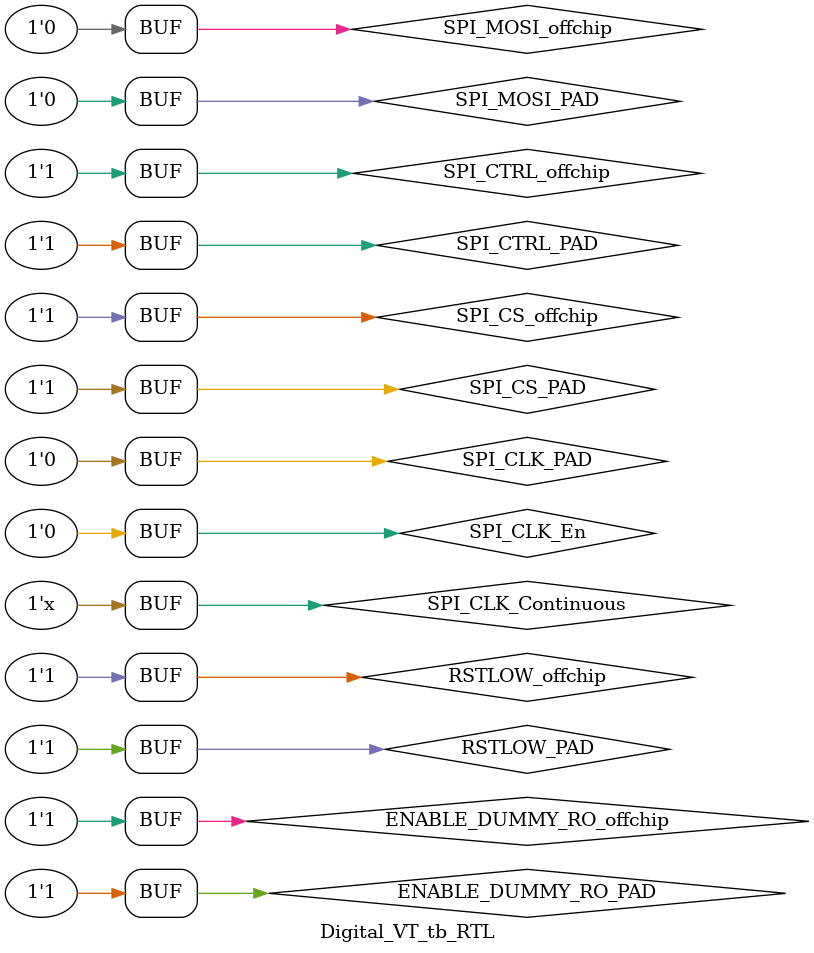
<source format=v>
`timescale 1ps / 100fs 
module Digital_VT_tb_RTL; 

//////////// Delcaring wires & registers ////////////
reg SPI_CLK_En, SPI_CLK_Continuous;
reg RSTLOW_offchip;
reg SPI_MOSI_offchip;
reg SPI_CS_offchip;
reg SPI_CTRL_offchip;
reg ENABLE_DUMMY_RO_offchip;

wire SPI_MISO_PAD;
wire SPI_CLK_PAD;
wire RSTLOW_PAD;
wire SPI_MOSI_PAD;
wire SPI_CS_PAD;
wire SPI_CTRL_PAD;
wire ENABLE_DUMMY_RO_PAD;

assign SPI_CLK_PAD = SPI_CLK_Continuous & SPI_CLK_En;
assign SPI_MOSI_PAD = SPI_MOSI_offchip;
assign RSTLOW_PAD = RSTLOW_offchip;
assign SPI_CS_PAD = SPI_CS_offchip;
assign SPI_CTRL_PAD = SPI_CTRL_offchip;
assign ENABLE_DUMMY_RO_PAD = ENABLE_DUMMY_RO_offchip;

// XXX_PAD for offchip connection
// XXX_UC for microcontroller connection
// SPI_CTRL = 1'b0, the mux chooses the offchip connection, SPI talks through ports of "XXX_PAD"
// SPI_CTRL = 1'b1, the mux chooses the microcontroller connection, SPI talks through ports of "XXX_UC"

//////////// Call TDU top level ////////////
DigitalVTSensor_chip_quadsensors_V8 TDU(
.RSTLOW_PAD(RSTLOW_PAD), 
.SPI_MOSI_PAD(SPI_MOSI_PAD), 
.SPI_CLK_PAD(SPI_CLK_PAD), 
.SPI_CS_PAD(SPI_CS_PAD), 
.ENABLE_DUMMY_RO_PAD(ENABLE_DUMMY_RO_PAD), 
.SPI_CTRL_PAD(SPI_CTRL_PAD), 
.SPI_MISO_PAD(SPI_MISO_PAD), 
.SPI_MOSI_UC(1'b1), 
.SPI_MISO_UC(), 
.SPI_CS_UC(1'b1), 
.SPI_CLK_UC(1'b1) 
);

//////////// testbench ////////////
initial 
begin
    RSTLOW_offchip = 1'b0;
    SPI_CS_offchip = 1'b1;
    SPI_MOSI_offchip = 1'b0;
    SPI_CLK_En = 1'b0;
    SPI_CLK_Continuous = 1'b1;
    ENABLE_DUMMY_RO_offchip = 1'b0;
    SPI_CTRL_offchip = 1'b0;
    #50000 RSTLOW_offchip = 1'b1;      // after 5ns, rst goes low (50n)
    #100000 SPI_CS_offchip = 1'b0;
    #20000 SPI_CLK_En = 1'b1;
    #20000 SPI_MOSI_offchip = 1'b0;
    #80000 SPI_MOSI_offchip = 1'b0;
    #20000 SPI_MOSI_offchip = 1'b0;
    #80000 SPI_MOSI_offchip = 1'b0;
    #20000 SPI_MOSI_offchip = 1'b0;
    #80000 SPI_MOSI_offchip = 1'b0;
    #20000 SPI_MOSI_offchip = 1'b1;
    #80000 SPI_MOSI_offchip = 1'b0;
    #20000 SPI_MOSI_offchip = 1'b0;
    #80000 SPI_MOSI_offchip = 1'b0;
    #20000 SPI_MOSI_offchip = 1'b0;
    #80000 SPI_MOSI_offchip = 1'b0;
    #20000 SPI_MOSI_offchip = 1'b1;
    #80000 SPI_MOSI_offchip = 1'b0;
    #20000 SPI_MOSI_offchip = 1'b0;
    #80000 SPI_MOSI_offchip = 1'b0;
    #20000 SPI_MOSI_offchip = 1'b0;
    #80000 SPI_MOSI_offchip = 1'b0;
    #20000 SPI_MOSI_offchip = 1'b0;
    #80000 SPI_MOSI_offchip = 1'b0;
    #20000 SPI_MOSI_offchip = 1'b0;
    #80000 SPI_MOSI_offchip = 1'b0;
    #20000 SPI_MOSI_offchip = 1'b0;
    #80000 SPI_MOSI_offchip = 1'b0;
    #20000 SPI_MOSI_offchip = 1'b0;
    #80000 SPI_MOSI_offchip = 1'b0;
    #20000 SPI_MOSI_offchip = 1'b0;
    #80000 SPI_MOSI_offchip = 1'b0;
    #20000 SPI_MOSI_offchip = 1'b1;
    #80000 SPI_MOSI_offchip = 1'b0;
    #20000 SPI_MOSI_offchip = 1'b0;
    #80000 SPI_MOSI_offchip = 1'b0;
    #20000 SPI_MOSI_offchip = 1'b0;
    #80000 SPI_MOSI_offchip = 1'b0;
    #20000 SPI_MOSI_offchip = 1'b0;
    #80000 SPI_MOSI_offchip = 1'b0;
    #20000 SPI_MOSI_offchip = 1'b0;
    #80000 SPI_MOSI_offchip = 1'b0;
    #20000 SPI_MOSI_offchip = 1'b0;
    #80000 SPI_MOSI_offchip = 1'b0;
    #20000 SPI_MOSI_offchip = 1'b0;
    #80000 SPI_MOSI_offchip = 1'b0;
    #20000 SPI_MOSI_offchip = 1'b0;
    #80000 SPI_MOSI_offchip = 1'b0;
    #20000 SPI_MOSI_offchip = 1'b0;
    #80000 SPI_MOSI_offchip = 1'b0;
    #20000 SPI_MOSI_offchip = 1'b0;
    #80000 SPI_MOSI_offchip = 1'b0;
    #20000 SPI_MOSI_offchip = 1'b0;
    #80000 SPI_MOSI_offchip = 1'b0;
    #20000 SPI_MOSI_offchip = 1'b0;
    #80000 SPI_MOSI_offchip = 1'b0;
    #20000 SPI_MOSI_offchip = 1'b0;
    #80000 SPI_MOSI_offchip = 1'b0;
    #20000 SPI_MOSI_offchip = 1'b0;
    #80000 SPI_MOSI_offchip = 1'b0;
    #20000 SPI_MOSI_offchip = 1'b0;
    #80000 SPI_MOSI_offchip = 1'b0;
    #20000 SPI_MOSI_offchip = 1'b1;
    #80000 SPI_MOSI_offchip = 1'b0;
    #20000 SPI_MOSI_offchip = 1'b0;
    #80000 SPI_MOSI_offchip = 1'b0;
    #20000 SPI_MOSI_offchip = 1'b0;
    #80000 SPI_MOSI_offchip = 1'b0;
    #20000 SPI_MOSI_offchip = 1'b1;
    #80000 SPI_MOSI_offchip = 1'b0;
    #20000 SPI_MOSI_offchip = 1'b1;
    #80000 SPI_MOSI_offchip = 1'b0;
    #20000 SPI_MOSI_offchip = 1'b1;
    #80000 SPI_MOSI_offchip = 1'b0;
    #20000 SPI_MOSI_offchip = 1'b1;
    #80000 SPI_MOSI_offchip = 1'b0;
    #20000 SPI_MOSI_offchip = 1'b1;
    #80000 SPI_MOSI_offchip = 1'b0;
    #20000 SPI_MOSI_offchip = 1'b1;
    #80000 SPI_MOSI_offchip = 1'b0;
    #20000 SPI_MOSI_offchip = 1'b1;
    #80000 SPI_MOSI_offchip = 1'b0;
    #20000 SPI_MOSI_offchip = 1'b1;
    #80000 SPI_MOSI_offchip = 1'b0;
    #20000 SPI_MOSI_offchip = 1'b1;
    #80000 SPI_MOSI_offchip = 1'b0;
    #20000 SPI_MOSI_offchip = 1'b1;
    #80000 SPI_MOSI_offchip = 1'b0;
    #20000 SPI_MOSI_offchip = 1'b1;
    #80000 SPI_MOSI_offchip = 1'b0;
    #20000 SPI_MOSI_offchip = 1'b1;
    #80000 SPI_MOSI_offchip = 1'b0;
    #20000 SPI_MOSI_offchip = 1'b1;
    #80000 SPI_MOSI_offchip = 1'b0;
    #20000 SPI_MOSI_offchip = 1'b1;
    #80000 SPI_MOSI_offchip = 1'b0;
    #20000 SPI_MOSI_offchip = 1'b1;
    #80000 SPI_MOSI_offchip = 1'b0;
    #20000 SPI_MOSI_offchip = 1'b1;
    #80000 SPI_MOSI_offchip = 1'b0;
    #20000 SPI_MOSI_offchip = 1'b1;
    #80000 SPI_MOSI_offchip = 1'b0;
    #20000 SPI_MOSI_offchip = 1'b1;
    #80000 SPI_MOSI_offchip = 1'b0;
    #20000 SPI_MOSI_offchip = 1'b1;
    #80000 SPI_MOSI_offchip = 1'b0;
    #20000 SPI_MOSI_offchip = 1'b1;
    #80000 SPI_MOSI_offchip = 1'b0;
    #20000 SPI_MOSI_offchip = 1'b1;
    #80000 SPI_MOSI_offchip = 1'b0;
    #20000 SPI_MOSI_offchip = 1'b1;
    #80000 SPI_MOSI_offchip = 1'b0;
    #20000 SPI_MOSI_offchip = 1'b1;
    #80000 SPI_MOSI_offchip = 1'b0;
    #20000 SPI_MOSI_offchip = 1'b1;
    #80000 SPI_MOSI_offchip = 1'b0;
    #20000 SPI_MOSI_offchip = 1'b1;
    #80000 SPI_MOSI_offchip = 1'b0;
    #20000 SPI_MOSI_offchip = 1'b1;
    #80000 SPI_MOSI_offchip = 1'b0;
    #20000 SPI_MOSI_offchip = 1'b1;
    #80000 SPI_MOSI_offchip = 1'b0;
    #20000 SPI_MOSI_offchip = 1'b1;
    #80000 SPI_MOSI_offchip = 1'b0;
    #20000 SPI_MOSI_offchip = 1'b1;
    #80000 SPI_MOSI_offchip = 1'b0;
    #20000 SPI_MOSI_offchip = 1'b1;
    #80000 SPI_MOSI_offchip = 1'b0;
    #20000 SPI_MOSI_offchip = 1'b1;
    #80000 SPI_MOSI_offchip = 1'b0;
    #20000 SPI_MOSI_offchip = 1'b1;
    #80000 SPI_MOSI_offchip = 1'b0;
    #20000 SPI_MOSI_offchip = 1'b0;
    #80000 SPI_MOSI_offchip = 1'b0;
    #20000 SPI_MOSI_offchip = 1'b0;
    #80000 SPI_MOSI_offchip = 1'b0;
    #20000 SPI_MOSI_offchip = 1'b0;
    #80000 SPI_MOSI_offchip = 1'b0;
    #20000 SPI_MOSI_offchip = 1'b1;
    #80000 SPI_MOSI_offchip = 1'b0;
    #20000 SPI_MOSI_offchip = 1'b0;
    #80000 SPI_MOSI_offchip = 1'b0;
    #20000 SPI_MOSI_offchip = 1'b0;
    #80000 SPI_MOSI_offchip = 1'b0;
    #20000 SPI_MOSI_offchip = 1'b1;
    #80000 SPI_MOSI_offchip = 1'b0;
    #20000 SPI_MOSI_offchip = 1'b0;
    #80000 SPI_MOSI_offchip = 1'b0;
    #20000 SPI_MOSI_offchip = 1'b0;
    #80000 SPI_MOSI_offchip = 1'b0;
    #20000 SPI_MOSI_offchip = 1'b0;
    #80000 SPI_MOSI_offchip = 1'b0;
    #20000 SPI_MOSI_offchip = 1'b0;
    #80000 SPI_MOSI_offchip = 1'b0;
    #20000 SPI_MOSI_offchip = 1'b0;
    #80000 SPI_MOSI_offchip = 1'b0;
    #20000 SPI_MOSI_offchip = 1'b0;
    #80000 SPI_MOSI_offchip = 1'b0;
    #20000 SPI_MOSI_offchip = 1'b0;
    #80000 SPI_MOSI_offchip = 1'b0;
    #20000 SPI_MOSI_offchip = 1'b1;
    #80000 SPI_MOSI_offchip = 1'b0;
    #20000 SPI_MOSI_offchip = 1'b0;
    #80000 SPI_MOSI_offchip = 1'b0;
    #20000 SPI_MOSI_offchip = 1'b0;
    #80000 SPI_MOSI_offchip = 1'b0;
    #20000 SPI_MOSI_offchip = 1'b0;
    #80000 SPI_MOSI_offchip = 1'b0;
    #20000 SPI_MOSI_offchip = 1'b0;
    #80000 SPI_MOSI_offchip = 1'b0;
    #20000 SPI_MOSI_offchip = 1'b0;
    #80000 SPI_MOSI_offchip = 1'b0;
    #20000 SPI_MOSI_offchip = 1'b0;
    #80000 SPI_MOSI_offchip = 1'b0;
    #20000 SPI_MOSI_offchip = 1'b0;
    #80000 SPI_MOSI_offchip = 1'b0;
    #20000 SPI_MOSI_offchip = 1'b0;
    #80000 SPI_MOSI_offchip = 1'b0;
    #20000 SPI_MOSI_offchip = 1'b0;
    #80000 SPI_MOSI_offchip = 1'b0;
    #20000 SPI_MOSI_offchip = 1'b0;
    #80000 SPI_MOSI_offchip = 1'b0;
    #20000 SPI_MOSI_offchip = 1'b0;
    #80000 SPI_MOSI_offchip = 1'b0;
    #20000 SPI_MOSI_offchip = 1'b0;
    #80000 SPI_MOSI_offchip = 1'b0;
    #20000 SPI_MOSI_offchip = 1'b0;
    #80000 SPI_MOSI_offchip = 1'b0;
    #20000 SPI_MOSI_offchip = 1'b0;
    #80000 SPI_MOSI_offchip = 1'b0;
    #20000 SPI_MOSI_offchip = 1'b1;
    #80000 SPI_MOSI_offchip = 1'b0;
    #20000 SPI_MOSI_offchip = 1'b0;
    #80000 SPI_MOSI_offchip = 1'b0;
    #20000 SPI_MOSI_offchip = 1'b0;
    #80000 SPI_MOSI_offchip = 1'b0;
    #20000 SPI_MOSI_offchip = 1'b1;
    #80000 SPI_MOSI_offchip = 1'b0;
    #20000 SPI_MOSI_offchip = 1'b1;
    #80000 SPI_MOSI_offchip = 1'b0;
    #20000 SPI_MOSI_offchip = 1'b1;
    #80000 SPI_MOSI_offchip = 1'b0;
    #20000 SPI_MOSI_offchip = 1'b1;
    #80000 SPI_MOSI_offchip = 1'b0;
    #20000 SPI_MOSI_offchip = 1'b1;
    #80000 SPI_MOSI_offchip = 1'b0;
    #20000 SPI_MOSI_offchip = 1'b1;
    #80000 SPI_MOSI_offchip = 1'b0;
    #20000 SPI_MOSI_offchip = 1'b1;
    #80000 SPI_MOSI_offchip = 1'b0;
    #20000 SPI_MOSI_offchip = 1'b1;
    #80000 SPI_MOSI_offchip = 1'b0;
    #20000 SPI_MOSI_offchip = 1'b1;
    #80000 SPI_MOSI_offchip = 1'b0;
    #20000 SPI_MOSI_offchip = 1'b1;
    #80000 SPI_MOSI_offchip = 1'b0;
    #20000 SPI_MOSI_offchip = 1'b1;
    #80000 SPI_MOSI_offchip = 1'b0;
    #20000 SPI_MOSI_offchip = 1'b1;
    #80000 SPI_MOSI_offchip = 1'b0;
    #20000 SPI_MOSI_offchip = 1'b1;
    #80000 SPI_MOSI_offchip = 1'b0;
    #20000 SPI_MOSI_offchip = 1'b1;
    #80000 SPI_MOSI_offchip = 1'b0;
    #20000 SPI_MOSI_offchip = 1'b1;
    #80000 SPI_MOSI_offchip = 1'b0;
    #20000 SPI_MOSI_offchip = 1'b1;
    #80000 SPI_MOSI_offchip = 1'b0;
    #20000 SPI_MOSI_offchip = 1'b1;
    #80000 SPI_MOSI_offchip = 1'b0;
    #20000 SPI_MOSI_offchip = 1'b1;
    #80000 SPI_MOSI_offchip = 1'b0;
    #20000 SPI_MOSI_offchip = 1'b1;
    #80000 SPI_MOSI_offchip = 1'b0;
    #20000 SPI_MOSI_offchip = 1'b1;
    #80000 SPI_MOSI_offchip = 1'b0;
    #20000 SPI_MOSI_offchip = 1'b1;
    #80000 SPI_MOSI_offchip = 1'b0;
    #20000 SPI_MOSI_offchip = 1'b1;
    #80000 SPI_MOSI_offchip = 1'b0;
    #20000 SPI_MOSI_offchip = 1'b1;
    #80000 SPI_MOSI_offchip = 1'b0;
    #20000 SPI_MOSI_offchip = 1'b1;
    #80000 SPI_MOSI_offchip = 1'b0;
    #20000 SPI_MOSI_offchip = 1'b1;
    #80000 SPI_MOSI_offchip = 1'b0;
    #20000 SPI_MOSI_offchip = 1'b1;
    #80000 SPI_MOSI_offchip = 1'b0;
    #20000 SPI_MOSI_offchip = 1'b1;
    #80000 SPI_MOSI_offchip = 1'b0;
    #20000 SPI_MOSI_offchip = 1'b1;
    #80000 SPI_MOSI_offchip = 1'b0;
    #20000 SPI_MOSI_offchip = 1'b1;
    #80000 SPI_MOSI_offchip = 1'b0;
    #20000 SPI_MOSI_offchip = 1'b1;
    #80000 SPI_MOSI_offchip = 1'b0;
    #20000 SPI_MOSI_offchip = 1'b1;
    #80000 SPI_MOSI_offchip = 1'b0;
    #20000 SPI_MOSI_offchip = 1'b1;
    #80000 SPI_MOSI_offchip = 1'b0;
    #20000 SPI_MOSI_offchip = 1'b0;
    #80000 SPI_MOSI_offchip = 1'b0;
    #20000 SPI_MOSI_offchip = 1'b0;
    #80000 SPI_MOSI_offchip = 1'b0;
    #20000 SPI_MOSI_offchip = 1'b0;
    #80000 SPI_MOSI_offchip = 1'b0;
    #20000 SPI_MOSI_offchip = 1'b1;
    #80000 SPI_MOSI_offchip = 1'b0;
    #20000 SPI_MOSI_offchip = 1'b0;
    #80000 SPI_MOSI_offchip = 1'b0;
    #20000 SPI_MOSI_offchip = 1'b0;
    #80000 SPI_MOSI_offchip = 1'b0;
    #20000 SPI_MOSI_offchip = 1'b1;
    #80000 SPI_MOSI_offchip = 1'b0;
    #20000 SPI_MOSI_offchip = 1'b0;
    #80000 SPI_MOSI_offchip = 1'b0;
    #20000 SPI_MOSI_offchip = 1'b0;
    #80000 SPI_MOSI_offchip = 1'b0;
    #20000 SPI_MOSI_offchip = 1'b0;
    #80000 SPI_MOSI_offchip = 1'b0;
    #20000 SPI_MOSI_offchip = 1'b0;
    #80000 SPI_MOSI_offchip = 1'b0;
    #20000 SPI_MOSI_offchip = 1'b0;
    #80000 SPI_MOSI_offchip = 1'b0;
    #20000 SPI_MOSI_offchip = 1'b0;
    #80000 SPI_MOSI_offchip = 1'b0;
    #20000 SPI_MOSI_offchip = 1'b0;
    #80000 SPI_MOSI_offchip = 1'b0;
    #20000 SPI_MOSI_offchip = 1'b1;
    #80000 SPI_MOSI_offchip = 1'b0;
    #20000 SPI_MOSI_offchip = 1'b0;
    #80000 SPI_MOSI_offchip = 1'b0;
    #20000 SPI_MOSI_offchip = 1'b0;
    #80000 SPI_MOSI_offchip = 1'b0;
    #20000 SPI_MOSI_offchip = 1'b0;
    #80000 SPI_MOSI_offchip = 1'b0;
    #20000 SPI_MOSI_offchip = 1'b0;
    #80000 SPI_MOSI_offchip = 1'b0;
    #20000 SPI_MOSI_offchip = 1'b0;
    #80000 SPI_MOSI_offchip = 1'b0;
    #20000 SPI_MOSI_offchip = 1'b0;
    #80000 SPI_MOSI_offchip = 1'b0;
    #20000 SPI_MOSI_offchip = 1'b0;
    #80000 SPI_MOSI_offchip = 1'b0;
    #20000 SPI_MOSI_offchip = 1'b0;
    #80000 SPI_MOSI_offchip = 1'b0;
    #20000 SPI_MOSI_offchip = 1'b0;
    #80000 SPI_MOSI_offchip = 1'b0;
    #20000 SPI_MOSI_offchip = 1'b0;
    #80000 SPI_MOSI_offchip = 1'b0;
    #20000 SPI_MOSI_offchip = 1'b0;
    #80000 SPI_MOSI_offchip = 1'b0;
    #20000 SPI_MOSI_offchip = 1'b0;
    #80000 SPI_MOSI_offchip = 1'b0;
    #20000 SPI_MOSI_offchip = 1'b0;
    #80000 SPI_MOSI_offchip = 1'b0;
    #20000 SPI_MOSI_offchip = 1'b0;
    #80000 SPI_MOSI_offchip = 1'b0;
    #20000 SPI_MOSI_offchip = 1'b1;
    #80000 SPI_MOSI_offchip = 1'b0;
    #20000 SPI_MOSI_offchip = 1'b0;
    #80000 SPI_MOSI_offchip = 1'b0;
    #20000 SPI_MOSI_offchip = 1'b0;
    #80000 SPI_MOSI_offchip = 1'b0;
    #20000 SPI_MOSI_offchip = 1'b1;
    #80000 SPI_MOSI_offchip = 1'b0;
    #20000 SPI_MOSI_offchip = 1'b1;
    #80000 SPI_MOSI_offchip = 1'b0;
    #20000 SPI_MOSI_offchip = 1'b1;
    #80000 SPI_MOSI_offchip = 1'b0;
    #20000 SPI_MOSI_offchip = 1'b1;
    #80000 SPI_MOSI_offchip = 1'b0;
    #20000 SPI_MOSI_offchip = 1'b1;
    #80000 SPI_MOSI_offchip = 1'b0;
    #20000 SPI_MOSI_offchip = 1'b1;
    #80000 SPI_MOSI_offchip = 1'b0;
    #20000 SPI_MOSI_offchip = 1'b1;
    #80000 SPI_MOSI_offchip = 1'b0;
    #20000 SPI_MOSI_offchip = 1'b1;
    #80000 SPI_MOSI_offchip = 1'b0;
    #20000 SPI_MOSI_offchip = 1'b1;
    #80000 SPI_MOSI_offchip = 1'b0;
    #20000 SPI_MOSI_offchip = 1'b1;
    #80000 SPI_MOSI_offchip = 1'b0;
    #20000 SPI_MOSI_offchip = 1'b1;
    #80000 SPI_MOSI_offchip = 1'b0;
    #20000 SPI_MOSI_offchip = 1'b1;
    #80000 SPI_MOSI_offchip = 1'b0;
    #20000 SPI_MOSI_offchip = 1'b1;
    #80000 SPI_MOSI_offchip = 1'b0;
    #20000 SPI_MOSI_offchip = 1'b1;
    #80000 SPI_MOSI_offchip = 1'b0;
    #20000 SPI_MOSI_offchip = 1'b1;
    #80000 SPI_MOSI_offchip = 1'b0;
    #20000 SPI_MOSI_offchip = 1'b1;
    #80000 SPI_MOSI_offchip = 1'b0;
    #20000 SPI_MOSI_offchip = 1'b1;
    #80000 SPI_MOSI_offchip = 1'b0;
    #20000 SPI_MOSI_offchip = 1'b1;
    #80000 SPI_MOSI_offchip = 1'b0;
    #20000 SPI_MOSI_offchip = 1'b1;
    #80000 SPI_MOSI_offchip = 1'b0;
    #20000 SPI_MOSI_offchip = 1'b1;
    #80000 SPI_MOSI_offchip = 1'b0;
    #20000 SPI_MOSI_offchip = 1'b1;
    #80000 SPI_MOSI_offchip = 1'b0;
    #20000 SPI_MOSI_offchip = 1'b1;
    #80000 SPI_MOSI_offchip = 1'b0;
    #20000 SPI_MOSI_offchip = 1'b1;
    #80000 SPI_MOSI_offchip = 1'b0;
    #20000 SPI_MOSI_offchip = 1'b1;
    #80000 SPI_MOSI_offchip = 1'b0;
    #20000 SPI_MOSI_offchip = 1'b1;
    #80000 SPI_MOSI_offchip = 1'b0;
    #20000 SPI_MOSI_offchip = 1'b1;
    #80000 SPI_MOSI_offchip = 1'b0;
    #20000 SPI_MOSI_offchip = 1'b1;
    #80000 SPI_MOSI_offchip = 1'b0;
    #20000 SPI_MOSI_offchip = 1'b1;
    #80000 SPI_MOSI_offchip = 1'b0;
    #20000 SPI_MOSI_offchip = 1'b1;
    #80000 SPI_MOSI_offchip = 1'b0;
    #20000 SPI_MOSI_offchip = 1'b1;
    #80000 SPI_MOSI_offchip = 1'b0;
    #20000 SPI_MOSI_offchip = 1'b1;
    #80000 SPI_MOSI_offchip = 1'b0;
    #20000 SPI_MOSI_offchip = 1'b1;
    #80000 SPI_MOSI_offchip = 1'b0;
    #20000 SPI_MOSI_offchip = 1'b0;
    #80000 SPI_MOSI_offchip = 1'b0;
    #20000 SPI_MOSI_offchip = 1'b0;
    #80000 SPI_MOSI_offchip = 1'b0;
    #20000 SPI_MOSI_offchip = 1'b0;
    #80000 SPI_MOSI_offchip = 1'b0;
    #20000 SPI_MOSI_offchip = 1'b1;
    #80000 SPI_MOSI_offchip = 1'b0;
    #20000 SPI_MOSI_offchip = 1'b0;
    #80000 SPI_MOSI_offchip = 1'b0;
    #20000 SPI_MOSI_offchip = 1'b0;
    #80000 SPI_MOSI_offchip = 1'b0;
    #20000 SPI_MOSI_offchip = 1'b1;
    #80000 SPI_MOSI_offchip = 1'b0;
    #20000 SPI_MOSI_offchip = 1'b0;
    #80000 SPI_MOSI_offchip = 1'b0;
    #20000 SPI_MOSI_offchip = 1'b0;
    #80000 SPI_MOSI_offchip = 1'b0;
    #20000 SPI_MOSI_offchip = 1'b0;
    #80000 SPI_MOSI_offchip = 1'b0;
    #20000 SPI_MOSI_offchip = 1'b0;
    #80000 SPI_MOSI_offchip = 1'b0;
    #20000 SPI_MOSI_offchip = 1'b0;
    #80000 SPI_MOSI_offchip = 1'b0;
    #20000 SPI_MOSI_offchip = 1'b0;
    #80000 SPI_MOSI_offchip = 1'b0;
    #20000 SPI_MOSI_offchip = 1'b0;
    #80000 SPI_MOSI_offchip = 1'b0;
    #20000 SPI_MOSI_offchip = 1'b1;
    #80000 SPI_MOSI_offchip = 1'b0;
    #20000 SPI_MOSI_offchip = 1'b0;
    #80000 SPI_MOSI_offchip = 1'b0;
    #20000 SPI_MOSI_offchip = 1'b0;
    #80000 SPI_MOSI_offchip = 1'b0;
    #20000 SPI_MOSI_offchip = 1'b0;
    #80000 SPI_MOSI_offchip = 1'b0;
    #20000 SPI_MOSI_offchip = 1'b0;
    #80000 SPI_MOSI_offchip = 1'b0;
    #20000 SPI_MOSI_offchip = 1'b0;
    #80000 SPI_MOSI_offchip = 1'b0;
    #20000 SPI_MOSI_offchip = 1'b0;
    #80000 SPI_MOSI_offchip = 1'b0;
    #20000 SPI_MOSI_offchip = 1'b0;
    #80000 SPI_MOSI_offchip = 1'b0;
    #20000 SPI_MOSI_offchip = 1'b0;
    #80000 SPI_MOSI_offchip = 1'b0;
    #20000 SPI_MOSI_offchip = 1'b0;
    #80000 SPI_MOSI_offchip = 1'b0;
    #20000 SPI_MOSI_offchip = 1'b0;
    #80000 SPI_MOSI_offchip = 1'b0;
    #20000 SPI_MOSI_offchip = 1'b0;
    #80000 SPI_MOSI_offchip = 1'b0;
    #20000 SPI_MOSI_offchip = 1'b0;
    #80000 SPI_MOSI_offchip = 1'b0;
    #20000 SPI_MOSI_offchip = 1'b0;
    #80000 SPI_MOSI_offchip = 1'b0;
    #20000 SPI_MOSI_offchip = 1'b0;
    #80000 SPI_MOSI_offchip = 1'b0;
    #20000 SPI_MOSI_offchip = 1'b1;
    #80000 SPI_MOSI_offchip = 1'b0;
    #20000 SPI_MOSI_offchip = 1'b0;
    #80000 SPI_MOSI_offchip = 1'b0;
    #20000 SPI_MOSI_offchip = 1'b0;
    #80000 SPI_MOSI_offchip = 1'b0;
    #20000 SPI_MOSI_offchip = 1'b1;
    #80000 SPI_MOSI_offchip = 1'b0;
    #20000 SPI_MOSI_offchip = 1'b1;
    #80000 SPI_MOSI_offchip = 1'b0;
    #20000 SPI_MOSI_offchip = 1'b1;
    #80000 SPI_MOSI_offchip = 1'b0;
    #20000 SPI_MOSI_offchip = 1'b1;
    #80000 SPI_MOSI_offchip = 1'b0;
    #20000 SPI_MOSI_offchip = 1'b1;
    #80000 SPI_MOSI_offchip = 1'b0;
    #20000 SPI_MOSI_offchip = 1'b1;
    #80000 SPI_MOSI_offchip = 1'b0;
    #20000 SPI_MOSI_offchip = 1'b1;
    #80000 SPI_MOSI_offchip = 1'b0;
    #20000 SPI_MOSI_offchip = 1'b1;
    #80000 SPI_MOSI_offchip = 1'b0;
    #20000 SPI_MOSI_offchip = 1'b1;
    #80000 SPI_MOSI_offchip = 1'b0;
    #20000 SPI_MOSI_offchip = 1'b1;
    #80000 SPI_MOSI_offchip = 1'b0;
    #20000 SPI_MOSI_offchip = 1'b1;
    #80000 SPI_MOSI_offchip = 1'b0;
    #20000 SPI_MOSI_offchip = 1'b1;
    #80000 SPI_MOSI_offchip = 1'b0;
    #20000 SPI_MOSI_offchip = 1'b1;
    #80000 SPI_MOSI_offchip = 1'b0;
    #20000 SPI_MOSI_offchip = 1'b1;
    #80000 SPI_MOSI_offchip = 1'b0;
    #20000 SPI_MOSI_offchip = 1'b1;
    #80000 SPI_MOSI_offchip = 1'b0;
    #20000 SPI_MOSI_offchip = 1'b1;
    #80000 SPI_MOSI_offchip = 1'b0;
    #20000 SPI_MOSI_offchip = 1'b1;
    #80000 SPI_MOSI_offchip = 1'b0;
    #20000 SPI_MOSI_offchip = 1'b1;
    #80000 SPI_MOSI_offchip = 1'b0;
    #20000 SPI_MOSI_offchip = 1'b1;
    #80000 SPI_MOSI_offchip = 1'b0;
    #20000 SPI_MOSI_offchip = 1'b1;
    #80000 SPI_MOSI_offchip = 1'b0;
    #20000 SPI_MOSI_offchip = 1'b1;
    #80000 SPI_MOSI_offchip = 1'b0;
    #20000 SPI_MOSI_offchip = 1'b1;
    #80000 SPI_MOSI_offchip = 1'b0;
    #20000 SPI_MOSI_offchip = 1'b1;
    #80000 SPI_MOSI_offchip = 1'b0;
    #20000 SPI_MOSI_offchip = 1'b1;
    #80000 SPI_MOSI_offchip = 1'b0;
    #20000 SPI_MOSI_offchip = 1'b1;
    #80000 SPI_MOSI_offchip = 1'b0;
    #20000 SPI_MOSI_offchip = 1'b1;
    #80000 SPI_MOSI_offchip = 1'b0;
    #20000 SPI_MOSI_offchip = 1'b1;
    #80000 SPI_MOSI_offchip = 1'b0;
    #20000 SPI_MOSI_offchip = 1'b1;
    #80000 SPI_MOSI_offchip = 1'b0;
    #20000 SPI_MOSI_offchip = 1'b1;
    #80000 SPI_MOSI_offchip = 1'b0;
    #20000 SPI_MOSI_offchip = 1'b1;
    #80000 SPI_MOSI_offchip = 1'b0;
    #20000 SPI_MOSI_offchip = 1'b1;
    #80000 SPI_MOSI_offchip = 1'b0;
    #20000 SPI_MOSI_offchip = 1'b1;
    #80000 SPI_MOSI_offchip = 1'b0;
    #0 SPI_CLK_En = 1'b0;
    #30000 SPI_CLK_En = 1'b0;
    #50000 SPI_CS_offchip = 1'b1;
    #1000000 SPI_CS_offchip = 1'b1;
    #100000 SPI_CS_offchip = 1'b0;
    #20000 SPI_CLK_En = 1'b1;
    #20000 SPI_MOSI_offchip = 1'b0;
    #80000 SPI_MOSI_offchip = 1'b0;
    #20000 SPI_MOSI_offchip = 1'b0;
    #80000 SPI_MOSI_offchip = 1'b0;
    #20000 SPI_MOSI_offchip = 1'b0;
    #80000 SPI_MOSI_offchip = 1'b0;
    #20000 SPI_MOSI_offchip = 1'b1;
    #80000 SPI_MOSI_offchip = 1'b0;
    #20000 SPI_MOSI_offchip = 1'b0;
    #80000 SPI_MOSI_offchip = 1'b0;
    #20000 SPI_MOSI_offchip = 1'b0;
    #80000 SPI_MOSI_offchip = 1'b0;
    #20000 SPI_MOSI_offchip = 1'b1;
    #80000 SPI_MOSI_offchip = 1'b0;
    #20000 SPI_MOSI_offchip = 1'b0;
    #80000 SPI_MOSI_offchip = 1'b0;
    #20000 SPI_MOSI_offchip = 1'b0;
    #80000 SPI_MOSI_offchip = 1'b0;
    #20000 SPI_MOSI_offchip = 1'b0;
    #80000 SPI_MOSI_offchip = 1'b0;
    #20000 SPI_MOSI_offchip = 1'b0;
    #80000 SPI_MOSI_offchip = 1'b0;
    #20000 SPI_MOSI_offchip = 1'b0;
    #80000 SPI_MOSI_offchip = 1'b0;
    #20000 SPI_MOSI_offchip = 1'b0;
    #80000 SPI_MOSI_offchip = 1'b0;
    #20000 SPI_MOSI_offchip = 1'b0;
    #80000 SPI_MOSI_offchip = 1'b0;
    #20000 SPI_MOSI_offchip = 1'b1;
    #80000 SPI_MOSI_offchip = 1'b0;
    #20000 SPI_MOSI_offchip = 1'b0;
    #80000 SPI_MOSI_offchip = 1'b0;
    #20000 SPI_MOSI_offchip = 1'b0;
    #80000 SPI_MOSI_offchip = 1'b0;
    #20000 SPI_MOSI_offchip = 1'b0;
    #80000 SPI_MOSI_offchip = 1'b0;
    #20000 SPI_MOSI_offchip = 1'b0;
    #80000 SPI_MOSI_offchip = 1'b0;
    #20000 SPI_MOSI_offchip = 1'b0;
    #80000 SPI_MOSI_offchip = 1'b0;
    #20000 SPI_MOSI_offchip = 1'b0;
    #80000 SPI_MOSI_offchip = 1'b0;
    #20000 SPI_MOSI_offchip = 1'b0;
    #80000 SPI_MOSI_offchip = 1'b0;
    #20000 SPI_MOSI_offchip = 1'b0;
    #80000 SPI_MOSI_offchip = 1'b0;
    #20000 SPI_MOSI_offchip = 1'b0;
    #80000 SPI_MOSI_offchip = 1'b0;
    #20000 SPI_MOSI_offchip = 1'b0;
    #80000 SPI_MOSI_offchip = 1'b0;
    #20000 SPI_MOSI_offchip = 1'b0;
    #80000 SPI_MOSI_offchip = 1'b0;
    #20000 SPI_MOSI_offchip = 1'b0;
    #80000 SPI_MOSI_offchip = 1'b0;
    #20000 SPI_MOSI_offchip = 1'b0;
    #80000 SPI_MOSI_offchip = 1'b0;
    #20000 SPI_MOSI_offchip = 1'b0;
    #80000 SPI_MOSI_offchip = 1'b0;
    #20000 SPI_MOSI_offchip = 1'b1;
    #80000 SPI_MOSI_offchip = 1'b0;
    #20000 SPI_MOSI_offchip = 1'b0;
    #80000 SPI_MOSI_offchip = 1'b0;
    #20000 SPI_MOSI_offchip = 1'b0;
    #80000 SPI_MOSI_offchip = 1'b0;
    #20000 SPI_MOSI_offchip = 1'b1;
    #80000 SPI_MOSI_offchip = 1'b0;
    #20000 SPI_MOSI_offchip = 1'b1;
    #80000 SPI_MOSI_offchip = 1'b0;
    #20000 SPI_MOSI_offchip = 1'b1;
    #80000 SPI_MOSI_offchip = 1'b0;
    #20000 SPI_MOSI_offchip = 1'b1;
    #80000 SPI_MOSI_offchip = 1'b0;
    #20000 SPI_MOSI_offchip = 1'b1;
    #80000 SPI_MOSI_offchip = 1'b0;
    #20000 SPI_MOSI_offchip = 1'b1;
    #80000 SPI_MOSI_offchip = 1'b0;
    #20000 SPI_MOSI_offchip = 1'b1;
    #80000 SPI_MOSI_offchip = 1'b0;
    #20000 SPI_MOSI_offchip = 1'b1;
    #80000 SPI_MOSI_offchip = 1'b0;
    #20000 SPI_MOSI_offchip = 1'b1;
    #80000 SPI_MOSI_offchip = 1'b0;
    #20000 SPI_MOSI_offchip = 1'b1;
    #80000 SPI_MOSI_offchip = 1'b0;
    #20000 SPI_MOSI_offchip = 1'b1;
    #80000 SPI_MOSI_offchip = 1'b0;
    #20000 SPI_MOSI_offchip = 1'b1;
    #80000 SPI_MOSI_offchip = 1'b0;
    #20000 SPI_MOSI_offchip = 1'b1;
    #80000 SPI_MOSI_offchip = 1'b0;
    #20000 SPI_MOSI_offchip = 1'b1;
    #80000 SPI_MOSI_offchip = 1'b0;
    #20000 SPI_MOSI_offchip = 1'b1;
    #80000 SPI_MOSI_offchip = 1'b0;
    #20000 SPI_MOSI_offchip = 1'b1;
    #80000 SPI_MOSI_offchip = 1'b0;
    #20000 SPI_MOSI_offchip = 1'b1;
    #80000 SPI_MOSI_offchip = 1'b0;
    #20000 SPI_MOSI_offchip = 1'b1;
    #80000 SPI_MOSI_offchip = 1'b0;
    #20000 SPI_MOSI_offchip = 1'b1;
    #80000 SPI_MOSI_offchip = 1'b0;
    #20000 SPI_MOSI_offchip = 1'b1;
    #80000 SPI_MOSI_offchip = 1'b0;
    #20000 SPI_MOSI_offchip = 1'b1;
    #80000 SPI_MOSI_offchip = 1'b0;
    #20000 SPI_MOSI_offchip = 1'b1;
    #80000 SPI_MOSI_offchip = 1'b0;
    #20000 SPI_MOSI_offchip = 1'b1;
    #80000 SPI_MOSI_offchip = 1'b0;
    #20000 SPI_MOSI_offchip = 1'b1;
    #80000 SPI_MOSI_offchip = 1'b0;
    #20000 SPI_MOSI_offchip = 1'b1;
    #80000 SPI_MOSI_offchip = 1'b0;
    #20000 SPI_MOSI_offchip = 1'b1;
    #80000 SPI_MOSI_offchip = 1'b0;
    #20000 SPI_MOSI_offchip = 1'b1;
    #80000 SPI_MOSI_offchip = 1'b0;
    #20000 SPI_MOSI_offchip = 1'b1;
    #80000 SPI_MOSI_offchip = 1'b0;
    #20000 SPI_MOSI_offchip = 1'b1;
    #80000 SPI_MOSI_offchip = 1'b0;
    #20000 SPI_MOSI_offchip = 1'b1;
    #80000 SPI_MOSI_offchip = 1'b0;
    #20000 SPI_MOSI_offchip = 1'b1;
    #80000 SPI_MOSI_offchip = 1'b0;
    #20000 SPI_MOSI_offchip = 1'b1;
    #80000 SPI_MOSI_offchip = 1'b0;
    #20000 SPI_MOSI_offchip = 1'b0;
    #80000 SPI_MOSI_offchip = 1'b0;
    #20000 SPI_MOSI_offchip = 1'b0;
    #80000 SPI_MOSI_offchip = 1'b0;
    #20000 SPI_MOSI_offchip = 1'b0;
    #80000 SPI_MOSI_offchip = 1'b0;
    #20000 SPI_MOSI_offchip = 1'b1;
    #80000 SPI_MOSI_offchip = 1'b0;
    #20000 SPI_MOSI_offchip = 1'b0;
    #80000 SPI_MOSI_offchip = 1'b0;
    #20000 SPI_MOSI_offchip = 1'b0;
    #80000 SPI_MOSI_offchip = 1'b0;
    #20000 SPI_MOSI_offchip = 1'b1;
    #80000 SPI_MOSI_offchip = 1'b0;
    #20000 SPI_MOSI_offchip = 1'b0;
    #80000 SPI_MOSI_offchip = 1'b0;
    #20000 SPI_MOSI_offchip = 1'b0;
    #80000 SPI_MOSI_offchip = 1'b0;
    #20000 SPI_MOSI_offchip = 1'b0;
    #80000 SPI_MOSI_offchip = 1'b0;
    #20000 SPI_MOSI_offchip = 1'b0;
    #80000 SPI_MOSI_offchip = 1'b0;
    #20000 SPI_MOSI_offchip = 1'b0;
    #80000 SPI_MOSI_offchip = 1'b0;
    #20000 SPI_MOSI_offchip = 1'b0;
    #80000 SPI_MOSI_offchip = 1'b0;
    #20000 SPI_MOSI_offchip = 1'b0;
    #80000 SPI_MOSI_offchip = 1'b0;
    #20000 SPI_MOSI_offchip = 1'b1;
    #80000 SPI_MOSI_offchip = 1'b0;
    #20000 SPI_MOSI_offchip = 1'b0;
    #80000 SPI_MOSI_offchip = 1'b0;
    #20000 SPI_MOSI_offchip = 1'b0;
    #80000 SPI_MOSI_offchip = 1'b0;
    #20000 SPI_MOSI_offchip = 1'b0;
    #80000 SPI_MOSI_offchip = 1'b0;
    #20000 SPI_MOSI_offchip = 1'b0;
    #80000 SPI_MOSI_offchip = 1'b0;
    #20000 SPI_MOSI_offchip = 1'b0;
    #80000 SPI_MOSI_offchip = 1'b0;
    #20000 SPI_MOSI_offchip = 1'b0;
    #80000 SPI_MOSI_offchip = 1'b0;
    #20000 SPI_MOSI_offchip = 1'b0;
    #80000 SPI_MOSI_offchip = 1'b0;
    #20000 SPI_MOSI_offchip = 1'b0;
    #80000 SPI_MOSI_offchip = 1'b0;
    #20000 SPI_MOSI_offchip = 1'b0;
    #80000 SPI_MOSI_offchip = 1'b0;
    #20000 SPI_MOSI_offchip = 1'b0;
    #80000 SPI_MOSI_offchip = 1'b0;
    #20000 SPI_MOSI_offchip = 1'b0;
    #80000 SPI_MOSI_offchip = 1'b0;
    #20000 SPI_MOSI_offchip = 1'b0;
    #80000 SPI_MOSI_offchip = 1'b0;
    #20000 SPI_MOSI_offchip = 1'b0;
    #80000 SPI_MOSI_offchip = 1'b0;
    #20000 SPI_MOSI_offchip = 1'b0;
    #80000 SPI_MOSI_offchip = 1'b0;
    #20000 SPI_MOSI_offchip = 1'b1;
    #80000 SPI_MOSI_offchip = 1'b0;
    #20000 SPI_MOSI_offchip = 1'b0;
    #80000 SPI_MOSI_offchip = 1'b0;
    #20000 SPI_MOSI_offchip = 1'b0;
    #80000 SPI_MOSI_offchip = 1'b0;
    #20000 SPI_MOSI_offchip = 1'b1;
    #80000 SPI_MOSI_offchip = 1'b0;
    #20000 SPI_MOSI_offchip = 1'b1;
    #80000 SPI_MOSI_offchip = 1'b0;
    #20000 SPI_MOSI_offchip = 1'b1;
    #80000 SPI_MOSI_offchip = 1'b0;
    #20000 SPI_MOSI_offchip = 1'b1;
    #80000 SPI_MOSI_offchip = 1'b0;
    #20000 SPI_MOSI_offchip = 1'b1;
    #80000 SPI_MOSI_offchip = 1'b0;
    #20000 SPI_MOSI_offchip = 1'b1;
    #80000 SPI_MOSI_offchip = 1'b0;
    #20000 SPI_MOSI_offchip = 1'b1;
    #80000 SPI_MOSI_offchip = 1'b0;
    #20000 SPI_MOSI_offchip = 1'b1;
    #80000 SPI_MOSI_offchip = 1'b0;
    #20000 SPI_MOSI_offchip = 1'b1;
    #80000 SPI_MOSI_offchip = 1'b0;
    #20000 SPI_MOSI_offchip = 1'b1;
    #80000 SPI_MOSI_offchip = 1'b0;
    #20000 SPI_MOSI_offchip = 1'b1;
    #80000 SPI_MOSI_offchip = 1'b0;
    #20000 SPI_MOSI_offchip = 1'b1;
    #80000 SPI_MOSI_offchip = 1'b0;
    #20000 SPI_MOSI_offchip = 1'b1;
    #80000 SPI_MOSI_offchip = 1'b0;
    #20000 SPI_MOSI_offchip = 1'b1;
    #80000 SPI_MOSI_offchip = 1'b0;
    #20000 SPI_MOSI_offchip = 1'b1;
    #80000 SPI_MOSI_offchip = 1'b0;
    #20000 SPI_MOSI_offchip = 1'b1;
    #80000 SPI_MOSI_offchip = 1'b0;
    #20000 SPI_MOSI_offchip = 1'b1;
    #80000 SPI_MOSI_offchip = 1'b0;
    #20000 SPI_MOSI_offchip = 1'b1;
    #80000 SPI_MOSI_offchip = 1'b0;
    #20000 SPI_MOSI_offchip = 1'b1;
    #80000 SPI_MOSI_offchip = 1'b0;
    #20000 SPI_MOSI_offchip = 1'b1;
    #80000 SPI_MOSI_offchip = 1'b0;
    #20000 SPI_MOSI_offchip = 1'b1;
    #80000 SPI_MOSI_offchip = 1'b0;
    #20000 SPI_MOSI_offchip = 1'b1;
    #80000 SPI_MOSI_offchip = 1'b0;
    #20000 SPI_MOSI_offchip = 1'b1;
    #80000 SPI_MOSI_offchip = 1'b0;
    #20000 SPI_MOSI_offchip = 1'b1;
    #80000 SPI_MOSI_offchip = 1'b0;
    #20000 SPI_MOSI_offchip = 1'b1;
    #80000 SPI_MOSI_offchip = 1'b0;
    #20000 SPI_MOSI_offchip = 1'b1;
    #80000 SPI_MOSI_offchip = 1'b0;
    #20000 SPI_MOSI_offchip = 1'b1;
    #80000 SPI_MOSI_offchip = 1'b0;
    #20000 SPI_MOSI_offchip = 1'b1;
    #80000 SPI_MOSI_offchip = 1'b0;
    #20000 SPI_MOSI_offchip = 1'b1;
    #80000 SPI_MOSI_offchip = 1'b0;
    #20000 SPI_MOSI_offchip = 1'b1;
    #80000 SPI_MOSI_offchip = 1'b0;
    #20000 SPI_MOSI_offchip = 1'b1;
    #80000 SPI_MOSI_offchip = 1'b0;
    #20000 SPI_MOSI_offchip = 1'b1;
    #80000 SPI_MOSI_offchip = 1'b0;
    #20000 SPI_MOSI_offchip = 1'b0;
    #80000 SPI_MOSI_offchip = 1'b0;
    #20000 SPI_MOSI_offchip = 1'b0;
    #80000 SPI_MOSI_offchip = 1'b0;
    #20000 SPI_MOSI_offchip = 1'b0;
    #80000 SPI_MOSI_offchip = 1'b0;
    #20000 SPI_MOSI_offchip = 1'b1;
    #80000 SPI_MOSI_offchip = 1'b0;
    #20000 SPI_MOSI_offchip = 1'b0;
    #80000 SPI_MOSI_offchip = 1'b0;
    #20000 SPI_MOSI_offchip = 1'b0;
    #80000 SPI_MOSI_offchip = 1'b0;
    #20000 SPI_MOSI_offchip = 1'b1;
    #80000 SPI_MOSI_offchip = 1'b0;
    #20000 SPI_MOSI_offchip = 1'b0;
    #80000 SPI_MOSI_offchip = 1'b0;
    #20000 SPI_MOSI_offchip = 1'b0;
    #80000 SPI_MOSI_offchip = 1'b0;
    #20000 SPI_MOSI_offchip = 1'b0;
    #80000 SPI_MOSI_offchip = 1'b0;
    #20000 SPI_MOSI_offchip = 1'b0;
    #80000 SPI_MOSI_offchip = 1'b0;
    #20000 SPI_MOSI_offchip = 1'b0;
    #80000 SPI_MOSI_offchip = 1'b0;
    #20000 SPI_MOSI_offchip = 1'b0;
    #80000 SPI_MOSI_offchip = 1'b0;
    #20000 SPI_MOSI_offchip = 1'b0;
    #80000 SPI_MOSI_offchip = 1'b0;
    #20000 SPI_MOSI_offchip = 1'b1;
    #80000 SPI_MOSI_offchip = 1'b0;
    #20000 SPI_MOSI_offchip = 1'b0;
    #80000 SPI_MOSI_offchip = 1'b0;
    #20000 SPI_MOSI_offchip = 1'b0;
    #80000 SPI_MOSI_offchip = 1'b0;
    #20000 SPI_MOSI_offchip = 1'b0;
    #80000 SPI_MOSI_offchip = 1'b0;
    #20000 SPI_MOSI_offchip = 1'b0;
    #80000 SPI_MOSI_offchip = 1'b0;
    #20000 SPI_MOSI_offchip = 1'b0;
    #80000 SPI_MOSI_offchip = 1'b0;
    #20000 SPI_MOSI_offchip = 1'b0;
    #80000 SPI_MOSI_offchip = 1'b0;
    #20000 SPI_MOSI_offchip = 1'b0;
    #80000 SPI_MOSI_offchip = 1'b0;
    #20000 SPI_MOSI_offchip = 1'b0;
    #80000 SPI_MOSI_offchip = 1'b0;
    #20000 SPI_MOSI_offchip = 1'b0;
    #80000 SPI_MOSI_offchip = 1'b0;
    #20000 SPI_MOSI_offchip = 1'b0;
    #80000 SPI_MOSI_offchip = 1'b0;
    #20000 SPI_MOSI_offchip = 1'b0;
    #80000 SPI_MOSI_offchip = 1'b0;
    #20000 SPI_MOSI_offchip = 1'b0;
    #80000 SPI_MOSI_offchip = 1'b0;
    #20000 SPI_MOSI_offchip = 1'b0;
    #80000 SPI_MOSI_offchip = 1'b0;
    #20000 SPI_MOSI_offchip = 1'b0;
    #80000 SPI_MOSI_offchip = 1'b0;
    #20000 SPI_MOSI_offchip = 1'b1;
    #80000 SPI_MOSI_offchip = 1'b0;
    #20000 SPI_MOSI_offchip = 1'b0;
    #80000 SPI_MOSI_offchip = 1'b0;
    #20000 SPI_MOSI_offchip = 1'b0;
    #80000 SPI_MOSI_offchip = 1'b0;
    #20000 SPI_MOSI_offchip = 1'b1;
    #80000 SPI_MOSI_offchip = 1'b0;
    #20000 SPI_MOSI_offchip = 1'b1;
    #80000 SPI_MOSI_offchip = 1'b0;
    #20000 SPI_MOSI_offchip = 1'b1;
    #80000 SPI_MOSI_offchip = 1'b0;
    #20000 SPI_MOSI_offchip = 1'b1;
    #80000 SPI_MOSI_offchip = 1'b0;
    #20000 SPI_MOSI_offchip = 1'b1;
    #80000 SPI_MOSI_offchip = 1'b0;
    #20000 SPI_MOSI_offchip = 1'b1;
    #80000 SPI_MOSI_offchip = 1'b0;
    #20000 SPI_MOSI_offchip = 1'b1;
    #80000 SPI_MOSI_offchip = 1'b0;
    #20000 SPI_MOSI_offchip = 1'b1;
    #80000 SPI_MOSI_offchip = 1'b0;
    #20000 SPI_MOSI_offchip = 1'b1;
    #80000 SPI_MOSI_offchip = 1'b0;
    #20000 SPI_MOSI_offchip = 1'b1;
    #80000 SPI_MOSI_offchip = 1'b0;
    #20000 SPI_MOSI_offchip = 1'b1;
    #80000 SPI_MOSI_offchip = 1'b0;
    #20000 SPI_MOSI_offchip = 1'b1;
    #80000 SPI_MOSI_offchip = 1'b0;
    #20000 SPI_MOSI_offchip = 1'b1;
    #80000 SPI_MOSI_offchip = 1'b0;
    #20000 SPI_MOSI_offchip = 1'b1;
    #80000 SPI_MOSI_offchip = 1'b0;
    #20000 SPI_MOSI_offchip = 1'b1;
    #80000 SPI_MOSI_offchip = 1'b0;
    #20000 SPI_MOSI_offchip = 1'b1;
    #80000 SPI_MOSI_offchip = 1'b0;
    #20000 SPI_MOSI_offchip = 1'b1;
    #80000 SPI_MOSI_offchip = 1'b0;
    #20000 SPI_MOSI_offchip = 1'b1;
    #80000 SPI_MOSI_offchip = 1'b0;
    #20000 SPI_MOSI_offchip = 1'b1;
    #80000 SPI_MOSI_offchip = 1'b0;
    #20000 SPI_MOSI_offchip = 1'b1;
    #80000 SPI_MOSI_offchip = 1'b0;
    #20000 SPI_MOSI_offchip = 1'b1;
    #80000 SPI_MOSI_offchip = 1'b0;
    #20000 SPI_MOSI_offchip = 1'b1;
    #80000 SPI_MOSI_offchip = 1'b0;
    #20000 SPI_MOSI_offchip = 1'b1;
    #80000 SPI_MOSI_offchip = 1'b0;
    #20000 SPI_MOSI_offchip = 1'b1;
    #80000 SPI_MOSI_offchip = 1'b0;
    #20000 SPI_MOSI_offchip = 1'b1;
    #80000 SPI_MOSI_offchip = 1'b0;
    #20000 SPI_MOSI_offchip = 1'b1;
    #80000 SPI_MOSI_offchip = 1'b0;
    #20000 SPI_MOSI_offchip = 1'b1;
    #80000 SPI_MOSI_offchip = 1'b0;
    #20000 SPI_MOSI_offchip = 1'b1;
    #80000 SPI_MOSI_offchip = 1'b0;
    #20000 SPI_MOSI_offchip = 1'b1;
    #80000 SPI_MOSI_offchip = 1'b0;
    #20000 SPI_MOSI_offchip = 1'b1;
    #80000 SPI_MOSI_offchip = 1'b0;
    #20000 SPI_MOSI_offchip = 1'b1;
    #80000 SPI_MOSI_offchip = 1'b0;
    #20000 SPI_MOSI_offchip = 1'b1;
    #80000 SPI_MOSI_offchip = 1'b0;
    #20000 SPI_MOSI_offchip = 1'b0;
    #80000 SPI_MOSI_offchip = 1'b0;
    #20000 SPI_MOSI_offchip = 1'b0;
    #80000 SPI_MOSI_offchip = 1'b0;
    #20000 SPI_MOSI_offchip = 1'b0;
    #80000 SPI_MOSI_offchip = 1'b0;
    #20000 SPI_MOSI_offchip = 1'b1;
    #80000 SPI_MOSI_offchip = 1'b0;
    #20000 SPI_MOSI_offchip = 1'b0;
    #80000 SPI_MOSI_offchip = 1'b0;
    #20000 SPI_MOSI_offchip = 1'b0;
    #80000 SPI_MOSI_offchip = 1'b0;
    #20000 SPI_MOSI_offchip = 1'b1;
    #80000 SPI_MOSI_offchip = 1'b0;
    #20000 SPI_MOSI_offchip = 1'b0;
    #80000 SPI_MOSI_offchip = 1'b0;
    #20000 SPI_MOSI_offchip = 1'b0;
    #80000 SPI_MOSI_offchip = 1'b0;
    #20000 SPI_MOSI_offchip = 1'b0;
    #80000 SPI_MOSI_offchip = 1'b0;
    #20000 SPI_MOSI_offchip = 1'b0;
    #80000 SPI_MOSI_offchip = 1'b0;
    #20000 SPI_MOSI_offchip = 1'b0;
    #80000 SPI_MOSI_offchip = 1'b0;
    #20000 SPI_MOSI_offchip = 1'b0;
    #80000 SPI_MOSI_offchip = 1'b0;
    #20000 SPI_MOSI_offchip = 1'b0;
    #80000 SPI_MOSI_offchip = 1'b0;
    #20000 SPI_MOSI_offchip = 1'b1;
    #80000 SPI_MOSI_offchip = 1'b0;
    #20000 SPI_MOSI_offchip = 1'b0;
    #80000 SPI_MOSI_offchip = 1'b0;
    #20000 SPI_MOSI_offchip = 1'b0;
    #80000 SPI_MOSI_offchip = 1'b0;
    #20000 SPI_MOSI_offchip = 1'b0;
    #80000 SPI_MOSI_offchip = 1'b0;
    #20000 SPI_MOSI_offchip = 1'b0;
    #80000 SPI_MOSI_offchip = 1'b0;
    #20000 SPI_MOSI_offchip = 1'b0;
    #80000 SPI_MOSI_offchip = 1'b0;
    #20000 SPI_MOSI_offchip = 1'b0;
    #80000 SPI_MOSI_offchip = 1'b0;
    #20000 SPI_MOSI_offchip = 1'b0;
    #80000 SPI_MOSI_offchip = 1'b0;
    #20000 SPI_MOSI_offchip = 1'b0;
    #80000 SPI_MOSI_offchip = 1'b0;
    #20000 SPI_MOSI_offchip = 1'b0;
    #80000 SPI_MOSI_offchip = 1'b0;
    #20000 SPI_MOSI_offchip = 1'b0;
    #80000 SPI_MOSI_offchip = 1'b0;
    #20000 SPI_MOSI_offchip = 1'b0;
    #80000 SPI_MOSI_offchip = 1'b0;
    #20000 SPI_MOSI_offchip = 1'b0;
    #80000 SPI_MOSI_offchip = 1'b0;
    #20000 SPI_MOSI_offchip = 1'b0;
    #80000 SPI_MOSI_offchip = 1'b0;
    #20000 SPI_MOSI_offchip = 1'b0;
    #80000 SPI_MOSI_offchip = 1'b0;
    #20000 SPI_MOSI_offchip = 1'b1;
    #80000 SPI_MOSI_offchip = 1'b0;
    #20000 SPI_MOSI_offchip = 1'b0;
    #80000 SPI_MOSI_offchip = 1'b0;
    #20000 SPI_MOSI_offchip = 1'b0;
    #80000 SPI_MOSI_offchip = 1'b0;
    #20000 SPI_MOSI_offchip = 1'b1;
    #80000 SPI_MOSI_offchip = 1'b0;
    #20000 SPI_MOSI_offchip = 1'b1;
    #80000 SPI_MOSI_offchip = 1'b0;
    #20000 SPI_MOSI_offchip = 1'b1;
    #80000 SPI_MOSI_offchip = 1'b0;
    #20000 SPI_MOSI_offchip = 1'b1;
    #80000 SPI_MOSI_offchip = 1'b0;
    #20000 SPI_MOSI_offchip = 1'b1;
    #80000 SPI_MOSI_offchip = 1'b0;
    #20000 SPI_MOSI_offchip = 1'b1;
    #80000 SPI_MOSI_offchip = 1'b0;
    #20000 SPI_MOSI_offchip = 1'b1;
    #80000 SPI_MOSI_offchip = 1'b0;
    #20000 SPI_MOSI_offchip = 1'b1;
    #80000 SPI_MOSI_offchip = 1'b0;
    #20000 SPI_MOSI_offchip = 1'b1;
    #80000 SPI_MOSI_offchip = 1'b0;
    #20000 SPI_MOSI_offchip = 1'b1;
    #80000 SPI_MOSI_offchip = 1'b0;
    #20000 SPI_MOSI_offchip = 1'b1;
    #80000 SPI_MOSI_offchip = 1'b0;
    #20000 SPI_MOSI_offchip = 1'b1;
    #80000 SPI_MOSI_offchip = 1'b0;
    #20000 SPI_MOSI_offchip = 1'b1;
    #80000 SPI_MOSI_offchip = 1'b0;
    #20000 SPI_MOSI_offchip = 1'b1;
    #80000 SPI_MOSI_offchip = 1'b0;
    #20000 SPI_MOSI_offchip = 1'b1;
    #80000 SPI_MOSI_offchip = 1'b0;
    #20000 SPI_MOSI_offchip = 1'b1;
    #80000 SPI_MOSI_offchip = 1'b0;
    #20000 SPI_MOSI_offchip = 1'b1;
    #80000 SPI_MOSI_offchip = 1'b0;
    #20000 SPI_MOSI_offchip = 1'b1;
    #80000 SPI_MOSI_offchip = 1'b0;
    #20000 SPI_MOSI_offchip = 1'b1;
    #80000 SPI_MOSI_offchip = 1'b0;
    #20000 SPI_MOSI_offchip = 1'b1;
    #80000 SPI_MOSI_offchip = 1'b0;
    #20000 SPI_MOSI_offchip = 1'b1;
    #80000 SPI_MOSI_offchip = 1'b0;
    #20000 SPI_MOSI_offchip = 1'b1;
    #80000 SPI_MOSI_offchip = 1'b0;
    #20000 SPI_MOSI_offchip = 1'b1;
    #80000 SPI_MOSI_offchip = 1'b0;
    #20000 SPI_MOSI_offchip = 1'b1;
    #80000 SPI_MOSI_offchip = 1'b0;
    #20000 SPI_MOSI_offchip = 1'b1;
    #80000 SPI_MOSI_offchip = 1'b0;
    #20000 SPI_MOSI_offchip = 1'b1;
    #80000 SPI_MOSI_offchip = 1'b0;
    #20000 SPI_MOSI_offchip = 1'b1;
    #80000 SPI_MOSI_offchip = 1'b0;
    #20000 SPI_MOSI_offchip = 1'b1;
    #80000 SPI_MOSI_offchip = 1'b0;
    #20000 SPI_MOSI_offchip = 1'b1;
    #80000 SPI_MOSI_offchip = 1'b0;
    #20000 SPI_MOSI_offchip = 1'b1;
    #80000 SPI_MOSI_offchip = 1'b0;
    #20000 SPI_MOSI_offchip = 1'b1;
    #80000 SPI_MOSI_offchip = 1'b0;
    #20000 SPI_MOSI_offchip = 1'b1;
    #80000 SPI_MOSI_offchip = 1'b0;
    #0 SPI_CLK_En = 1'b0;
    #30000 SPI_CLK_En = 1'b0;
    #50000 SPI_CS_offchip = 1'b1;
    #1000000 SPI_CS_offchip = 1'b1;
    #0 ENABLE_DUMMY_RO_offchip = 1'b1;
    #0 SPI_CTRL_offchip = 1'b1;
    #100000 SPI_CS_offchip = 1'b0;
    #20000 SPI_CLK_En = 1'b1;
    #20000 SPI_MOSI_offchip = 1'b0;
    #80000 SPI_MOSI_offchip = 1'b0;
    #20000 SPI_MOSI_offchip = 1'b0;
    #80000 SPI_MOSI_offchip = 1'b0;
    #20000 SPI_MOSI_offchip = 1'b0;
    #80000 SPI_MOSI_offchip = 1'b0;
    #20000 SPI_MOSI_offchip = 1'b1;
    #80000 SPI_MOSI_offchip = 1'b0;
    #20000 SPI_MOSI_offchip = 1'b0;
    #80000 SPI_MOSI_offchip = 1'b0;
    #20000 SPI_MOSI_offchip = 1'b0;
    #80000 SPI_MOSI_offchip = 1'b0;
    #20000 SPI_MOSI_offchip = 1'b1;
    #80000 SPI_MOSI_offchip = 1'b0;
    #20000 SPI_MOSI_offchip = 1'b0;
    #80000 SPI_MOSI_offchip = 1'b0;
    #20000 SPI_MOSI_offchip = 1'b0;
    #80000 SPI_MOSI_offchip = 1'b0;
    #20000 SPI_MOSI_offchip = 1'b0;
    #80000 SPI_MOSI_offchip = 1'b0;
    #20000 SPI_MOSI_offchip = 1'b0;
    #80000 SPI_MOSI_offchip = 1'b0;
    #20000 SPI_MOSI_offchip = 1'b0;
    #80000 SPI_MOSI_offchip = 1'b0;
    #20000 SPI_MOSI_offchip = 1'b0;
    #80000 SPI_MOSI_offchip = 1'b0;
    #20000 SPI_MOSI_offchip = 1'b0;
    #80000 SPI_MOSI_offchip = 1'b0;
    #20000 SPI_MOSI_offchip = 1'b1;
    #80000 SPI_MOSI_offchip = 1'b0;
    #20000 SPI_MOSI_offchip = 1'b0;
    #80000 SPI_MOSI_offchip = 1'b0;
    #20000 SPI_MOSI_offchip = 1'b0;
    #80000 SPI_MOSI_offchip = 1'b0;
    #20000 SPI_MOSI_offchip = 1'b0;
    #80000 SPI_MOSI_offchip = 1'b0;
    #20000 SPI_MOSI_offchip = 1'b0;
    #80000 SPI_MOSI_offchip = 1'b0;
    #20000 SPI_MOSI_offchip = 1'b0;
    #80000 SPI_MOSI_offchip = 1'b0;
    #20000 SPI_MOSI_offchip = 1'b0;
    #80000 SPI_MOSI_offchip = 1'b0;
    #20000 SPI_MOSI_offchip = 1'b0;
    #80000 SPI_MOSI_offchip = 1'b0;
    #20000 SPI_MOSI_offchip = 1'b0;
    #80000 SPI_MOSI_offchip = 1'b0;
    #20000 SPI_MOSI_offchip = 1'b0;
    #80000 SPI_MOSI_offchip = 1'b0;
    #20000 SPI_MOSI_offchip = 1'b0;
    #80000 SPI_MOSI_offchip = 1'b0;
    #20000 SPI_MOSI_offchip = 1'b0;
    #80000 SPI_MOSI_offchip = 1'b0;
    #20000 SPI_MOSI_offchip = 1'b0;
    #80000 SPI_MOSI_offchip = 1'b0;
    #20000 SPI_MOSI_offchip = 1'b0;
    #80000 SPI_MOSI_offchip = 1'b0;
    #20000 SPI_MOSI_offchip = 1'b0;
    #80000 SPI_MOSI_offchip = 1'b0;
    #20000 SPI_MOSI_offchip = 1'b1;
    #80000 SPI_MOSI_offchip = 1'b0;
    #20000 SPI_MOSI_offchip = 1'b0;
    #80000 SPI_MOSI_offchip = 1'b0;
    #20000 SPI_MOSI_offchip = 1'b0;
    #80000 SPI_MOSI_offchip = 1'b0;
    #20000 SPI_MOSI_offchip = 1'b1;
    #80000 SPI_MOSI_offchip = 1'b0;
    #20000 SPI_MOSI_offchip = 1'b1;
    #80000 SPI_MOSI_offchip = 1'b0;
    #20000 SPI_MOSI_offchip = 1'b1;
    #80000 SPI_MOSI_offchip = 1'b0;
    #20000 SPI_MOSI_offchip = 1'b1;
    #80000 SPI_MOSI_offchip = 1'b0;
    #20000 SPI_MOSI_offchip = 1'b1;
    #80000 SPI_MOSI_offchip = 1'b0;
    #20000 SPI_MOSI_offchip = 1'b1;
    #80000 SPI_MOSI_offchip = 1'b0;
    #20000 SPI_MOSI_offchip = 1'b1;
    #80000 SPI_MOSI_offchip = 1'b0;
    #20000 SPI_MOSI_offchip = 1'b1;
    #80000 SPI_MOSI_offchip = 1'b0;
    #20000 SPI_MOSI_offchip = 1'b1;
    #80000 SPI_MOSI_offchip = 1'b0;
    #20000 SPI_MOSI_offchip = 1'b1;
    #80000 SPI_MOSI_offchip = 1'b0;
    #20000 SPI_MOSI_offchip = 1'b1;
    #80000 SPI_MOSI_offchip = 1'b0;
    #20000 SPI_MOSI_offchip = 1'b1;
    #80000 SPI_MOSI_offchip = 1'b0;
    #20000 SPI_MOSI_offchip = 1'b1;
    #80000 SPI_MOSI_offchip = 1'b0;
    #20000 SPI_MOSI_offchip = 1'b1;
    #80000 SPI_MOSI_offchip = 1'b0;
    #20000 SPI_MOSI_offchip = 1'b1;
    #80000 SPI_MOSI_offchip = 1'b0;
    #20000 SPI_MOSI_offchip = 1'b1;
    #80000 SPI_MOSI_offchip = 1'b0;
    #20000 SPI_MOSI_offchip = 1'b1;
    #80000 SPI_MOSI_offchip = 1'b0;
    #20000 SPI_MOSI_offchip = 1'b1;
    #80000 SPI_MOSI_offchip = 1'b0;
    #20000 SPI_MOSI_offchip = 1'b1;
    #80000 SPI_MOSI_offchip = 1'b0;
    #20000 SPI_MOSI_offchip = 1'b1;
    #80000 SPI_MOSI_offchip = 1'b0;
    #20000 SPI_MOSI_offchip = 1'b1;
    #80000 SPI_MOSI_offchip = 1'b0;
    #20000 SPI_MOSI_offchip = 1'b1;
    #80000 SPI_MOSI_offchip = 1'b0;
    #20000 SPI_MOSI_offchip = 1'b1;
    #80000 SPI_MOSI_offchip = 1'b0;
    #20000 SPI_MOSI_offchip = 1'b1;
    #80000 SPI_MOSI_offchip = 1'b0;
    #20000 SPI_MOSI_offchip = 1'b1;
    #80000 SPI_MOSI_offchip = 1'b0;
    #20000 SPI_MOSI_offchip = 1'b1;
    #80000 SPI_MOSI_offchip = 1'b0;
    #20000 SPI_MOSI_offchip = 1'b1;
    #80000 SPI_MOSI_offchip = 1'b0;
    #20000 SPI_MOSI_offchip = 1'b1;
    #80000 SPI_MOSI_offchip = 1'b0;
    #20000 SPI_MOSI_offchip = 1'b1;
    #80000 SPI_MOSI_offchip = 1'b0;
    #20000 SPI_MOSI_offchip = 1'b1;
    #80000 SPI_MOSI_offchip = 1'b0;
    #20000 SPI_MOSI_offchip = 1'b1;
    #80000 SPI_MOSI_offchip = 1'b0;
    #20000 SPI_MOSI_offchip = 1'b1;
    #80000 SPI_MOSI_offchip = 1'b0;
    #20000 SPI_MOSI_offchip = 1'b0;
    #80000 SPI_MOSI_offchip = 1'b0;
    #20000 SPI_MOSI_offchip = 1'b0;
    #80000 SPI_MOSI_offchip = 1'b0;
    #20000 SPI_MOSI_offchip = 1'b0;
    #80000 SPI_MOSI_offchip = 1'b0;
    #20000 SPI_MOSI_offchip = 1'b1;
    #80000 SPI_MOSI_offchip = 1'b0;
    #20000 SPI_MOSI_offchip = 1'b0;
    #80000 SPI_MOSI_offchip = 1'b0;
    #20000 SPI_MOSI_offchip = 1'b0;
    #80000 SPI_MOSI_offchip = 1'b0;
    #20000 SPI_MOSI_offchip = 1'b1;
    #80000 SPI_MOSI_offchip = 1'b0;
    #20000 SPI_MOSI_offchip = 1'b0;
    #80000 SPI_MOSI_offchip = 1'b0;
    #20000 SPI_MOSI_offchip = 1'b0;
    #80000 SPI_MOSI_offchip = 1'b0;
    #20000 SPI_MOSI_offchip = 1'b0;
    #80000 SPI_MOSI_offchip = 1'b0;
    #20000 SPI_MOSI_offchip = 1'b0;
    #80000 SPI_MOSI_offchip = 1'b0;
    #20000 SPI_MOSI_offchip = 1'b0;
    #80000 SPI_MOSI_offchip = 1'b0;
    #20000 SPI_MOSI_offchip = 1'b0;
    #80000 SPI_MOSI_offchip = 1'b0;
    #20000 SPI_MOSI_offchip = 1'b0;
    #80000 SPI_MOSI_offchip = 1'b0;
    #20000 SPI_MOSI_offchip = 1'b1;
    #80000 SPI_MOSI_offchip = 1'b0;
    #20000 SPI_MOSI_offchip = 1'b0;
    #80000 SPI_MOSI_offchip = 1'b0;
    #20000 SPI_MOSI_offchip = 1'b0;
    #80000 SPI_MOSI_offchip = 1'b0;
    #20000 SPI_MOSI_offchip = 1'b0;
    #80000 SPI_MOSI_offchip = 1'b0;
    #20000 SPI_MOSI_offchip = 1'b0;
    #80000 SPI_MOSI_offchip = 1'b0;
    #20000 SPI_MOSI_offchip = 1'b0;
    #80000 SPI_MOSI_offchip = 1'b0;
    #20000 SPI_MOSI_offchip = 1'b0;
    #80000 SPI_MOSI_offchip = 1'b0;
    #20000 SPI_MOSI_offchip = 1'b0;
    #80000 SPI_MOSI_offchip = 1'b0;
    #20000 SPI_MOSI_offchip = 1'b0;
    #80000 SPI_MOSI_offchip = 1'b0;
    #20000 SPI_MOSI_offchip = 1'b0;
    #80000 SPI_MOSI_offchip = 1'b0;
    #20000 SPI_MOSI_offchip = 1'b0;
    #80000 SPI_MOSI_offchip = 1'b0;
    #20000 SPI_MOSI_offchip = 1'b0;
    #80000 SPI_MOSI_offchip = 1'b0;
    #20000 SPI_MOSI_offchip = 1'b0;
    #80000 SPI_MOSI_offchip = 1'b0;
    #20000 SPI_MOSI_offchip = 1'b0;
    #80000 SPI_MOSI_offchip = 1'b0;
    #20000 SPI_MOSI_offchip = 1'b0;
    #80000 SPI_MOSI_offchip = 1'b0;
    #20000 SPI_MOSI_offchip = 1'b1;
    #80000 SPI_MOSI_offchip = 1'b0;
    #20000 SPI_MOSI_offchip = 1'b0;
    #80000 SPI_MOSI_offchip = 1'b0;
    #20000 SPI_MOSI_offchip = 1'b0;
    #80000 SPI_MOSI_offchip = 1'b0;
    #20000 SPI_MOSI_offchip = 1'b1;
    #80000 SPI_MOSI_offchip = 1'b0;
    #20000 SPI_MOSI_offchip = 1'b1;
    #80000 SPI_MOSI_offchip = 1'b0;
    #20000 SPI_MOSI_offchip = 1'b1;
    #80000 SPI_MOSI_offchip = 1'b0;
    #20000 SPI_MOSI_offchip = 1'b1;
    #80000 SPI_MOSI_offchip = 1'b0;
    #20000 SPI_MOSI_offchip = 1'b1;
    #80000 SPI_MOSI_offchip = 1'b0;
    #20000 SPI_MOSI_offchip = 1'b1;
    #80000 SPI_MOSI_offchip = 1'b0;
    #20000 SPI_MOSI_offchip = 1'b1;
    #80000 SPI_MOSI_offchip = 1'b0;
    #20000 SPI_MOSI_offchip = 1'b1;
    #80000 SPI_MOSI_offchip = 1'b0;
    #20000 SPI_MOSI_offchip = 1'b1;
    #80000 SPI_MOSI_offchip = 1'b0;
    #20000 SPI_MOSI_offchip = 1'b1;
    #80000 SPI_MOSI_offchip = 1'b0;
    #20000 SPI_MOSI_offchip = 1'b1;
    #80000 SPI_MOSI_offchip = 1'b0;
    #20000 SPI_MOSI_offchip = 1'b1;
    #80000 SPI_MOSI_offchip = 1'b0;
    #20000 SPI_MOSI_offchip = 1'b1;
    #80000 SPI_MOSI_offchip = 1'b0;
    #20000 SPI_MOSI_offchip = 1'b1;
    #80000 SPI_MOSI_offchip = 1'b0;
    #20000 SPI_MOSI_offchip = 1'b1;
    #80000 SPI_MOSI_offchip = 1'b0;
    #20000 SPI_MOSI_offchip = 1'b1;
    #80000 SPI_MOSI_offchip = 1'b0;
    #20000 SPI_MOSI_offchip = 1'b1;
    #80000 SPI_MOSI_offchip = 1'b0;
    #20000 SPI_MOSI_offchip = 1'b1;
    #80000 SPI_MOSI_offchip = 1'b0;
    #20000 SPI_MOSI_offchip = 1'b1;
    #80000 SPI_MOSI_offchip = 1'b0;
    #20000 SPI_MOSI_offchip = 1'b1;
    #80000 SPI_MOSI_offchip = 1'b0;
    #20000 SPI_MOSI_offchip = 1'b1;
    #80000 SPI_MOSI_offchip = 1'b0;
    #20000 SPI_MOSI_offchip = 1'b1;
    #80000 SPI_MOSI_offchip = 1'b0;
    #20000 SPI_MOSI_offchip = 1'b1;
    #80000 SPI_MOSI_offchip = 1'b0;
    #20000 SPI_MOSI_offchip = 1'b1;
    #80000 SPI_MOSI_offchip = 1'b0;
    #20000 SPI_MOSI_offchip = 1'b1;
    #80000 SPI_MOSI_offchip = 1'b0;
    #20000 SPI_MOSI_offchip = 1'b1;
    #80000 SPI_MOSI_offchip = 1'b0;
    #20000 SPI_MOSI_offchip = 1'b1;
    #80000 SPI_MOSI_offchip = 1'b0;
    #20000 SPI_MOSI_offchip = 1'b1;
    #80000 SPI_MOSI_offchip = 1'b0;
    #20000 SPI_MOSI_offchip = 1'b1;
    #80000 SPI_MOSI_offchip = 1'b0;
    #20000 SPI_MOSI_offchip = 1'b1;
    #80000 SPI_MOSI_offchip = 1'b0;
    #20000 SPI_MOSI_offchip = 1'b1;
    #80000 SPI_MOSI_offchip = 1'b0;
    #20000 SPI_MOSI_offchip = 1'b1;
    #80000 SPI_MOSI_offchip = 1'b0;
    #20000 SPI_MOSI_offchip = 1'b0;
    #80000 SPI_MOSI_offchip = 1'b0;
    #20000 SPI_MOSI_offchip = 1'b0;
    #80000 SPI_MOSI_offchip = 1'b0;
    #20000 SPI_MOSI_offchip = 1'b0;
    #80000 SPI_MOSI_offchip = 1'b0;
    #20000 SPI_MOSI_offchip = 1'b1;
    #80000 SPI_MOSI_offchip = 1'b0;
    #20000 SPI_MOSI_offchip = 1'b0;
    #80000 SPI_MOSI_offchip = 1'b0;
    #20000 SPI_MOSI_offchip = 1'b0;
    #80000 SPI_MOSI_offchip = 1'b0;
    #20000 SPI_MOSI_offchip = 1'b1;
    #80000 SPI_MOSI_offchip = 1'b0;
    #20000 SPI_MOSI_offchip = 1'b0;
    #80000 SPI_MOSI_offchip = 1'b0;
    #20000 SPI_MOSI_offchip = 1'b0;
    #80000 SPI_MOSI_offchip = 1'b0;
    #20000 SPI_MOSI_offchip = 1'b0;
    #80000 SPI_MOSI_offchip = 1'b0;
    #20000 SPI_MOSI_offchip = 1'b0;
    #80000 SPI_MOSI_offchip = 1'b0;
    #20000 SPI_MOSI_offchip = 1'b0;
    #80000 SPI_MOSI_offchip = 1'b0;
    #20000 SPI_MOSI_offchip = 1'b0;
    #80000 SPI_MOSI_offchip = 1'b0;
    #20000 SPI_MOSI_offchip = 1'b0;
    #80000 SPI_MOSI_offchip = 1'b0;
    #20000 SPI_MOSI_offchip = 1'b1;
    #80000 SPI_MOSI_offchip = 1'b0;
    #20000 SPI_MOSI_offchip = 1'b0;
    #80000 SPI_MOSI_offchip = 1'b0;
    #20000 SPI_MOSI_offchip = 1'b0;
    #80000 SPI_MOSI_offchip = 1'b0;
    #20000 SPI_MOSI_offchip = 1'b0;
    #80000 SPI_MOSI_offchip = 1'b0;
    #20000 SPI_MOSI_offchip = 1'b0;
    #80000 SPI_MOSI_offchip = 1'b0;
    #20000 SPI_MOSI_offchip = 1'b0;
    #80000 SPI_MOSI_offchip = 1'b0;
    #20000 SPI_MOSI_offchip = 1'b0;
    #80000 SPI_MOSI_offchip = 1'b0;
    #20000 SPI_MOSI_offchip = 1'b0;
    #80000 SPI_MOSI_offchip = 1'b0;
    #20000 SPI_MOSI_offchip = 1'b0;
    #80000 SPI_MOSI_offchip = 1'b0;
    #20000 SPI_MOSI_offchip = 1'b0;
    #80000 SPI_MOSI_offchip = 1'b0;
    #20000 SPI_MOSI_offchip = 1'b0;
    #80000 SPI_MOSI_offchip = 1'b0;
    #20000 SPI_MOSI_offchip = 1'b0;
    #80000 SPI_MOSI_offchip = 1'b0;
    #20000 SPI_MOSI_offchip = 1'b0;
    #80000 SPI_MOSI_offchip = 1'b0;
    #20000 SPI_MOSI_offchip = 1'b0;
    #80000 SPI_MOSI_offchip = 1'b0;
    #20000 SPI_MOSI_offchip = 1'b0;
    #80000 SPI_MOSI_offchip = 1'b0;
    #20000 SPI_MOSI_offchip = 1'b1;
    #80000 SPI_MOSI_offchip = 1'b0;
    #20000 SPI_MOSI_offchip = 1'b0;
    #80000 SPI_MOSI_offchip = 1'b0;
    #20000 SPI_MOSI_offchip = 1'b0;
    #80000 SPI_MOSI_offchip = 1'b0;
    #20000 SPI_MOSI_offchip = 1'b1;
    #80000 SPI_MOSI_offchip = 1'b0;
    #20000 SPI_MOSI_offchip = 1'b1;
    #80000 SPI_MOSI_offchip = 1'b0;
    #20000 SPI_MOSI_offchip = 1'b1;
    #80000 SPI_MOSI_offchip = 1'b0;
    #20000 SPI_MOSI_offchip = 1'b1;
    #80000 SPI_MOSI_offchip = 1'b0;
    #20000 SPI_MOSI_offchip = 1'b1;
    #80000 SPI_MOSI_offchip = 1'b0;
    #20000 SPI_MOSI_offchip = 1'b1;
    #80000 SPI_MOSI_offchip = 1'b0;
    #20000 SPI_MOSI_offchip = 1'b1;
    #80000 SPI_MOSI_offchip = 1'b0;
    #20000 SPI_MOSI_offchip = 1'b1;
    #80000 SPI_MOSI_offchip = 1'b0;
    #20000 SPI_MOSI_offchip = 1'b1;
    #80000 SPI_MOSI_offchip = 1'b0;
    #20000 SPI_MOSI_offchip = 1'b1;
    #80000 SPI_MOSI_offchip = 1'b0;
    #20000 SPI_MOSI_offchip = 1'b1;
    #80000 SPI_MOSI_offchip = 1'b0;
    #20000 SPI_MOSI_offchip = 1'b1;
    #80000 SPI_MOSI_offchip = 1'b0;
    #20000 SPI_MOSI_offchip = 1'b1;
    #80000 SPI_MOSI_offchip = 1'b0;
    #20000 SPI_MOSI_offchip = 1'b1;
    #80000 SPI_MOSI_offchip = 1'b0;
    #20000 SPI_MOSI_offchip = 1'b1;
    #80000 SPI_MOSI_offchip = 1'b0;
    #20000 SPI_MOSI_offchip = 1'b1;
    #80000 SPI_MOSI_offchip = 1'b0;
    #20000 SPI_MOSI_offchip = 1'b1;
    #80000 SPI_MOSI_offchip = 1'b0;
    #20000 SPI_MOSI_offchip = 1'b1;
    #80000 SPI_MOSI_offchip = 1'b0;
    #20000 SPI_MOSI_offchip = 1'b1;
    #80000 SPI_MOSI_offchip = 1'b0;
    #20000 SPI_MOSI_offchip = 1'b1;
    #80000 SPI_MOSI_offchip = 1'b0;
    #20000 SPI_MOSI_offchip = 1'b1;
    #80000 SPI_MOSI_offchip = 1'b0;
    #20000 SPI_MOSI_offchip = 1'b1;
    #80000 SPI_MOSI_offchip = 1'b0;
    #20000 SPI_MOSI_offchip = 1'b1;
    #80000 SPI_MOSI_offchip = 1'b0;
    #20000 SPI_MOSI_offchip = 1'b1;
    #80000 SPI_MOSI_offchip = 1'b0;
    #20000 SPI_MOSI_offchip = 1'b1;
    #80000 SPI_MOSI_offchip = 1'b0;
    #20000 SPI_MOSI_offchip = 1'b1;
    #80000 SPI_MOSI_offchip = 1'b0;
    #20000 SPI_MOSI_offchip = 1'b1;
    #80000 SPI_MOSI_offchip = 1'b0;
    #20000 SPI_MOSI_offchip = 1'b1;
    #80000 SPI_MOSI_offchip = 1'b0;
    #20000 SPI_MOSI_offchip = 1'b1;
    #80000 SPI_MOSI_offchip = 1'b0;
    #20000 SPI_MOSI_offchip = 1'b1;
    #80000 SPI_MOSI_offchip = 1'b0;
    #20000 SPI_MOSI_offchip = 1'b1;
    #80000 SPI_MOSI_offchip = 1'b0;
    #20000 SPI_MOSI_offchip = 1'b1;
    #80000 SPI_MOSI_offchip = 1'b0;
    #20000 SPI_MOSI_offchip = 1'b0;
    #80000 SPI_MOSI_offchip = 1'b0;
    #20000 SPI_MOSI_offchip = 1'b0;
    #80000 SPI_MOSI_offchip = 1'b0;
    #20000 SPI_MOSI_offchip = 1'b0;
    #80000 SPI_MOSI_offchip = 1'b0;
    #20000 SPI_MOSI_offchip = 1'b1;
    #80000 SPI_MOSI_offchip = 1'b0;
    #20000 SPI_MOSI_offchip = 1'b0;
    #80000 SPI_MOSI_offchip = 1'b0;
    #20000 SPI_MOSI_offchip = 1'b0;
    #80000 SPI_MOSI_offchip = 1'b0;
    #20000 SPI_MOSI_offchip = 1'b1;
    #80000 SPI_MOSI_offchip = 1'b0;
    #20000 SPI_MOSI_offchip = 1'b0;
    #80000 SPI_MOSI_offchip = 1'b0;
    #20000 SPI_MOSI_offchip = 1'b0;
    #80000 SPI_MOSI_offchip = 1'b0;
    #20000 SPI_MOSI_offchip = 1'b0;
    #80000 SPI_MOSI_offchip = 1'b0;
    #20000 SPI_MOSI_offchip = 1'b0;
    #80000 SPI_MOSI_offchip = 1'b0;
    #20000 SPI_MOSI_offchip = 1'b0;
    #80000 SPI_MOSI_offchip = 1'b0;
    #20000 SPI_MOSI_offchip = 1'b0;
    #80000 SPI_MOSI_offchip = 1'b0;
    #20000 SPI_MOSI_offchip = 1'b0;
    #80000 SPI_MOSI_offchip = 1'b0;
    #20000 SPI_MOSI_offchip = 1'b1;
    #80000 SPI_MOSI_offchip = 1'b0;
    #20000 SPI_MOSI_offchip = 1'b0;
    #80000 SPI_MOSI_offchip = 1'b0;
    #20000 SPI_MOSI_offchip = 1'b0;
    #80000 SPI_MOSI_offchip = 1'b0;
    #20000 SPI_MOSI_offchip = 1'b0;
    #80000 SPI_MOSI_offchip = 1'b0;
    #20000 SPI_MOSI_offchip = 1'b0;
    #80000 SPI_MOSI_offchip = 1'b0;
    #20000 SPI_MOSI_offchip = 1'b0;
    #80000 SPI_MOSI_offchip = 1'b0;
    #20000 SPI_MOSI_offchip = 1'b0;
    #80000 SPI_MOSI_offchip = 1'b0;
    #20000 SPI_MOSI_offchip = 1'b0;
    #80000 SPI_MOSI_offchip = 1'b0;
    #20000 SPI_MOSI_offchip = 1'b0;
    #80000 SPI_MOSI_offchip = 1'b0;
    #20000 SPI_MOSI_offchip = 1'b0;
    #80000 SPI_MOSI_offchip = 1'b0;
    #20000 SPI_MOSI_offchip = 1'b0;
    #80000 SPI_MOSI_offchip = 1'b0;
    #20000 SPI_MOSI_offchip = 1'b0;
    #80000 SPI_MOSI_offchip = 1'b0;
    #20000 SPI_MOSI_offchip = 1'b0;
    #80000 SPI_MOSI_offchip = 1'b0;
    #20000 SPI_MOSI_offchip = 1'b0;
    #80000 SPI_MOSI_offchip = 1'b0;
    #20000 SPI_MOSI_offchip = 1'b0;
    #80000 SPI_MOSI_offchip = 1'b0;
    #20000 SPI_MOSI_offchip = 1'b1;
    #80000 SPI_MOSI_offchip = 1'b0;
    #20000 SPI_MOSI_offchip = 1'b0;
    #80000 SPI_MOSI_offchip = 1'b0;
    #20000 SPI_MOSI_offchip = 1'b0;
    #80000 SPI_MOSI_offchip = 1'b0;
    #20000 SPI_MOSI_offchip = 1'b1;
    #80000 SPI_MOSI_offchip = 1'b0;
    #20000 SPI_MOSI_offchip = 1'b1;
    #80000 SPI_MOSI_offchip = 1'b0;
    #20000 SPI_MOSI_offchip = 1'b1;
    #80000 SPI_MOSI_offchip = 1'b0;
    #20000 SPI_MOSI_offchip = 1'b1;
    #80000 SPI_MOSI_offchip = 1'b0;
    #20000 SPI_MOSI_offchip = 1'b1;
    #80000 SPI_MOSI_offchip = 1'b0;
    #20000 SPI_MOSI_offchip = 1'b1;
    #80000 SPI_MOSI_offchip = 1'b0;
    #20000 SPI_MOSI_offchip = 1'b1;
    #80000 SPI_MOSI_offchip = 1'b0;
    #20000 SPI_MOSI_offchip = 1'b1;
    #80000 SPI_MOSI_offchip = 1'b0;
    #20000 SPI_MOSI_offchip = 1'b1;
    #80000 SPI_MOSI_offchip = 1'b0;
    #20000 SPI_MOSI_offchip = 1'b1;
    #80000 SPI_MOSI_offchip = 1'b0;
    #20000 SPI_MOSI_offchip = 1'b1;
    #80000 SPI_MOSI_offchip = 1'b0;
    #20000 SPI_MOSI_offchip = 1'b1;
    #80000 SPI_MOSI_offchip = 1'b0;
    #20000 SPI_MOSI_offchip = 1'b1;
    #80000 SPI_MOSI_offchip = 1'b0;
    #20000 SPI_MOSI_offchip = 1'b1;
    #80000 SPI_MOSI_offchip = 1'b0;
    #20000 SPI_MOSI_offchip = 1'b1;
    #80000 SPI_MOSI_offchip = 1'b0;
    #20000 SPI_MOSI_offchip = 1'b1;
    #80000 SPI_MOSI_offchip = 1'b0;
    #20000 SPI_MOSI_offchip = 1'b1;
    #80000 SPI_MOSI_offchip = 1'b0;
    #20000 SPI_MOSI_offchip = 1'b1;
    #80000 SPI_MOSI_offchip = 1'b0;
    #20000 SPI_MOSI_offchip = 1'b1;
    #80000 SPI_MOSI_offchip = 1'b0;
    #20000 SPI_MOSI_offchip = 1'b1;
    #80000 SPI_MOSI_offchip = 1'b0;
    #20000 SPI_MOSI_offchip = 1'b1;
    #80000 SPI_MOSI_offchip = 1'b0;
    #20000 SPI_MOSI_offchip = 1'b1;
    #80000 SPI_MOSI_offchip = 1'b0;
    #20000 SPI_MOSI_offchip = 1'b1;
    #80000 SPI_MOSI_offchip = 1'b0;
    #20000 SPI_MOSI_offchip = 1'b1;
    #80000 SPI_MOSI_offchip = 1'b0;
    #20000 SPI_MOSI_offchip = 1'b1;
    #80000 SPI_MOSI_offchip = 1'b0;
    #20000 SPI_MOSI_offchip = 1'b1;
    #80000 SPI_MOSI_offchip = 1'b0;
    #20000 SPI_MOSI_offchip = 1'b1;
    #80000 SPI_MOSI_offchip = 1'b0;
    #20000 SPI_MOSI_offchip = 1'b1;
    #80000 SPI_MOSI_offchip = 1'b0;
    #20000 SPI_MOSI_offchip = 1'b1;
    #80000 SPI_MOSI_offchip = 1'b0;
    #20000 SPI_MOSI_offchip = 1'b1;
    #80000 SPI_MOSI_offchip = 1'b0;
    #20000 SPI_MOSI_offchip = 1'b1;
    #80000 SPI_MOSI_offchip = 1'b0;
    #20000 SPI_MOSI_offchip = 1'b1;
    #80000 SPI_MOSI_offchip = 1'b0;
    #0 SPI_CLK_En = 1'b0;
    #30000 SPI_CLK_En = 1'b0;
    #50000 SPI_CS_offchip = 1'b1;
    #1000000 SPI_CS_offchip = 1'b1;
end

//////////// clock source ////////////
always 
begin
    #50000 SPI_CLK_Continuous = ~SPI_CLK_Continuous;
end
endmodule

</source>
